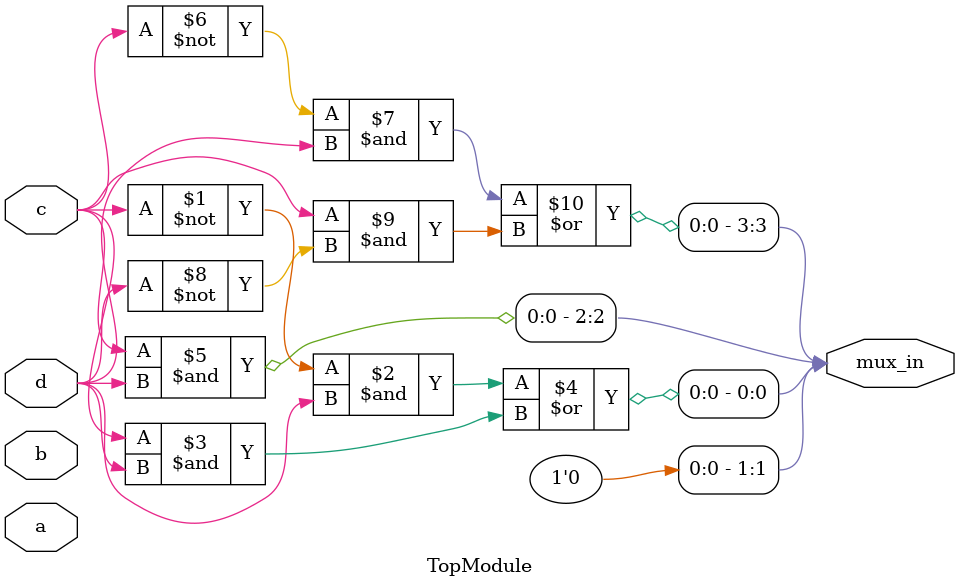
<source format=sv>
module TopModule(
    input logic c,
    input logic d,
    input logic a,
    input logic b,
    output logic [3:0] mux_in
);
    assign mux_in[0] = (~c & d) | (c & d);
    assign mux_in[1] = 0;
    assign mux_in[2] = c & d;
    assign mux_in[3] = (~c & d) | (c & ~d);

endmodule
</source>
